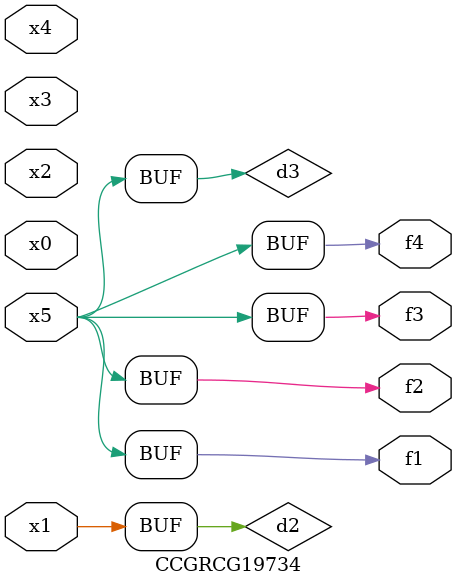
<source format=v>
module CCGRCG19734(
	input x0, x1, x2, x3, x4, x5,
	output f1, f2, f3, f4
);

	wire d1, d2, d3;

	not (d1, x5);
	or (d2, x1);
	xnor (d3, d1);
	assign f1 = d3;
	assign f2 = d3;
	assign f3 = d3;
	assign f4 = d3;
endmodule

</source>
